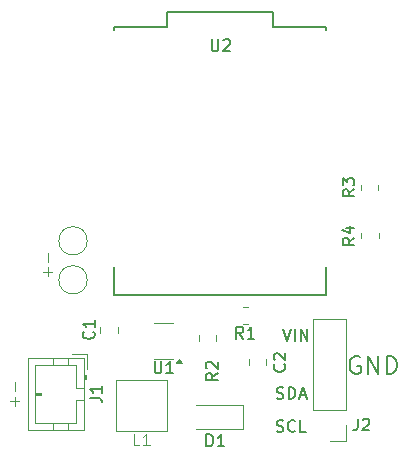
<source format=gbr>
%TF.GenerationSoftware,KiCad,Pcbnew,9.0.2*%
%TF.CreationDate,2025-08-12T20:05:27+08:00*%
%TF.ProjectId,lipo-chargable-espc3-weather-station,6c69706f-2d63-4686-9172-6761626c652d,rev?*%
%TF.SameCoordinates,Original*%
%TF.FileFunction,Legend,Top*%
%TF.FilePolarity,Positive*%
%FSLAX46Y46*%
G04 Gerber Fmt 4.6, Leading zero omitted, Abs format (unit mm)*
G04 Created by KiCad (PCBNEW 9.0.2) date 2025-08-12 20:05:27*
%MOMM*%
%LPD*%
G01*
G04 APERTURE LIST*
%ADD10C,0.187500*%
%ADD11C,0.100000*%
%ADD12C,0.150000*%
%ADD13C,0.127000*%
%ADD14C,0.120000*%
G04 APERTURE END LIST*
D10*
X158421755Y-113256650D02*
X158564612Y-113304269D01*
X158564612Y-113304269D02*
X158802707Y-113304269D01*
X158802707Y-113304269D02*
X158897945Y-113256650D01*
X158897945Y-113256650D02*
X158945564Y-113209030D01*
X158945564Y-113209030D02*
X158993183Y-113113792D01*
X158993183Y-113113792D02*
X158993183Y-113018554D01*
X158993183Y-113018554D02*
X158945564Y-112923316D01*
X158945564Y-112923316D02*
X158897945Y-112875697D01*
X158897945Y-112875697D02*
X158802707Y-112828078D01*
X158802707Y-112828078D02*
X158612231Y-112780459D01*
X158612231Y-112780459D02*
X158516993Y-112732840D01*
X158516993Y-112732840D02*
X158469374Y-112685221D01*
X158469374Y-112685221D02*
X158421755Y-112589983D01*
X158421755Y-112589983D02*
X158421755Y-112494745D01*
X158421755Y-112494745D02*
X158469374Y-112399507D01*
X158469374Y-112399507D02*
X158516993Y-112351888D01*
X158516993Y-112351888D02*
X158612231Y-112304269D01*
X158612231Y-112304269D02*
X158850326Y-112304269D01*
X158850326Y-112304269D02*
X158993183Y-112351888D01*
X159421755Y-113304269D02*
X159421755Y-112304269D01*
X159421755Y-112304269D02*
X159659850Y-112304269D01*
X159659850Y-112304269D02*
X159802707Y-112351888D01*
X159802707Y-112351888D02*
X159897945Y-112447126D01*
X159897945Y-112447126D02*
X159945564Y-112542364D01*
X159945564Y-112542364D02*
X159993183Y-112732840D01*
X159993183Y-112732840D02*
X159993183Y-112875697D01*
X159993183Y-112875697D02*
X159945564Y-113066173D01*
X159945564Y-113066173D02*
X159897945Y-113161411D01*
X159897945Y-113161411D02*
X159802707Y-113256650D01*
X159802707Y-113256650D02*
X159659850Y-113304269D01*
X159659850Y-113304269D02*
X159421755Y-113304269D01*
X160374136Y-113018554D02*
X160850326Y-113018554D01*
X160278898Y-113304269D02*
X160612231Y-112304269D01*
X160612231Y-112304269D02*
X160945564Y-113304269D01*
D11*
X139040133Y-100938684D02*
X139040133Y-101700589D01*
X139040133Y-102176779D02*
X139040133Y-102938684D01*
X138659180Y-102557731D02*
X139421085Y-102557731D01*
X136246133Y-111909388D02*
X136246133Y-112671293D01*
X136246133Y-113147483D02*
X136246133Y-113909388D01*
X135865180Y-113528435D02*
X136627085Y-113528435D01*
D10*
X158403431Y-116066306D02*
X158546288Y-116113925D01*
X158546288Y-116113925D02*
X158784383Y-116113925D01*
X158784383Y-116113925D02*
X158879621Y-116066306D01*
X158879621Y-116066306D02*
X158927240Y-116018686D01*
X158927240Y-116018686D02*
X158974859Y-115923448D01*
X158974859Y-115923448D02*
X158974859Y-115828210D01*
X158974859Y-115828210D02*
X158927240Y-115732972D01*
X158927240Y-115732972D02*
X158879621Y-115685353D01*
X158879621Y-115685353D02*
X158784383Y-115637734D01*
X158784383Y-115637734D02*
X158593907Y-115590115D01*
X158593907Y-115590115D02*
X158498669Y-115542496D01*
X158498669Y-115542496D02*
X158451050Y-115494877D01*
X158451050Y-115494877D02*
X158403431Y-115399639D01*
X158403431Y-115399639D02*
X158403431Y-115304401D01*
X158403431Y-115304401D02*
X158451050Y-115209163D01*
X158451050Y-115209163D02*
X158498669Y-115161544D01*
X158498669Y-115161544D02*
X158593907Y-115113925D01*
X158593907Y-115113925D02*
X158832002Y-115113925D01*
X158832002Y-115113925D02*
X158974859Y-115161544D01*
X159974859Y-116018686D02*
X159927240Y-116066306D01*
X159927240Y-116066306D02*
X159784383Y-116113925D01*
X159784383Y-116113925D02*
X159689145Y-116113925D01*
X159689145Y-116113925D02*
X159546288Y-116066306D01*
X159546288Y-116066306D02*
X159451050Y-115971067D01*
X159451050Y-115971067D02*
X159403431Y-115875829D01*
X159403431Y-115875829D02*
X159355812Y-115685353D01*
X159355812Y-115685353D02*
X159355812Y-115542496D01*
X159355812Y-115542496D02*
X159403431Y-115352020D01*
X159403431Y-115352020D02*
X159451050Y-115256782D01*
X159451050Y-115256782D02*
X159546288Y-115161544D01*
X159546288Y-115161544D02*
X159689145Y-115113925D01*
X159689145Y-115113925D02*
X159784383Y-115113925D01*
X159784383Y-115113925D02*
X159927240Y-115161544D01*
X159927240Y-115161544D02*
X159974859Y-115209163D01*
X160879621Y-116113925D02*
X160403431Y-116113925D01*
X160403431Y-116113925D02*
X160403431Y-115113925D01*
X158968593Y-107427469D02*
X159301926Y-108427469D01*
X159301926Y-108427469D02*
X159635259Y-107427469D01*
X159968593Y-108427469D02*
X159968593Y-107427469D01*
X160444783Y-108427469D02*
X160444783Y-107427469D01*
X160444783Y-107427469D02*
X161016211Y-108427469D01*
X161016211Y-108427469D02*
X161016211Y-107427469D01*
X165451812Y-109769807D02*
X165308955Y-109698378D01*
X165308955Y-109698378D02*
X165094669Y-109698378D01*
X165094669Y-109698378D02*
X164880383Y-109769807D01*
X164880383Y-109769807D02*
X164737526Y-109912664D01*
X164737526Y-109912664D02*
X164666097Y-110055521D01*
X164666097Y-110055521D02*
X164594669Y-110341235D01*
X164594669Y-110341235D02*
X164594669Y-110555521D01*
X164594669Y-110555521D02*
X164666097Y-110841235D01*
X164666097Y-110841235D02*
X164737526Y-110984092D01*
X164737526Y-110984092D02*
X164880383Y-111126950D01*
X164880383Y-111126950D02*
X165094669Y-111198378D01*
X165094669Y-111198378D02*
X165237526Y-111198378D01*
X165237526Y-111198378D02*
X165451812Y-111126950D01*
X165451812Y-111126950D02*
X165523240Y-111055521D01*
X165523240Y-111055521D02*
X165523240Y-110555521D01*
X165523240Y-110555521D02*
X165237526Y-110555521D01*
X166166097Y-111198378D02*
X166166097Y-109698378D01*
X166166097Y-109698378D02*
X167023240Y-111198378D01*
X167023240Y-111198378D02*
X167023240Y-109698378D01*
X167737526Y-111198378D02*
X167737526Y-109698378D01*
X167737526Y-109698378D02*
X168094669Y-109698378D01*
X168094669Y-109698378D02*
X168308955Y-109769807D01*
X168308955Y-109769807D02*
X168451812Y-109912664D01*
X168451812Y-109912664D02*
X168523241Y-110055521D01*
X168523241Y-110055521D02*
X168594669Y-110341235D01*
X168594669Y-110341235D02*
X168594669Y-110555521D01*
X168594669Y-110555521D02*
X168523241Y-110841235D01*
X168523241Y-110841235D02*
X168451812Y-110984092D01*
X168451812Y-110984092D02*
X168308955Y-111126950D01*
X168308955Y-111126950D02*
X168094669Y-111198378D01*
X168094669Y-111198378D02*
X167737526Y-111198378D01*
D12*
X152908095Y-82868419D02*
X152908095Y-83677942D01*
X152908095Y-83677942D02*
X152955714Y-83773180D01*
X152955714Y-83773180D02*
X153003333Y-83820800D01*
X153003333Y-83820800D02*
X153098571Y-83868419D01*
X153098571Y-83868419D02*
X153289047Y-83868419D01*
X153289047Y-83868419D02*
X153384285Y-83820800D01*
X153384285Y-83820800D02*
X153431904Y-83773180D01*
X153431904Y-83773180D02*
X153479523Y-83677942D01*
X153479523Y-83677942D02*
X153479523Y-82868419D01*
X153908095Y-82963657D02*
X153955714Y-82916038D01*
X153955714Y-82916038D02*
X154050952Y-82868419D01*
X154050952Y-82868419D02*
X154289047Y-82868419D01*
X154289047Y-82868419D02*
X154384285Y-82916038D01*
X154384285Y-82916038D02*
X154431904Y-82963657D01*
X154431904Y-82963657D02*
X154479523Y-83058895D01*
X154479523Y-83058895D02*
X154479523Y-83154133D01*
X154479523Y-83154133D02*
X154431904Y-83296990D01*
X154431904Y-83296990D02*
X153860476Y-83868419D01*
X153860476Y-83868419D02*
X154479523Y-83868419D01*
X142900780Y-107608665D02*
X142948400Y-107656284D01*
X142948400Y-107656284D02*
X142996019Y-107799141D01*
X142996019Y-107799141D02*
X142996019Y-107894379D01*
X142996019Y-107894379D02*
X142948400Y-108037236D01*
X142948400Y-108037236D02*
X142853161Y-108132474D01*
X142853161Y-108132474D02*
X142757923Y-108180093D01*
X142757923Y-108180093D02*
X142567447Y-108227712D01*
X142567447Y-108227712D02*
X142424590Y-108227712D01*
X142424590Y-108227712D02*
X142234114Y-108180093D01*
X142234114Y-108180093D02*
X142138876Y-108132474D01*
X142138876Y-108132474D02*
X142043638Y-108037236D01*
X142043638Y-108037236D02*
X141996019Y-107894379D01*
X141996019Y-107894379D02*
X141996019Y-107799141D01*
X141996019Y-107799141D02*
X142043638Y-107656284D01*
X142043638Y-107656284D02*
X142091257Y-107608665D01*
X142996019Y-106656284D02*
X142996019Y-107227712D01*
X142996019Y-106941998D02*
X141996019Y-106941998D01*
X141996019Y-106941998D02*
X142138876Y-107037236D01*
X142138876Y-107037236D02*
X142234114Y-107132474D01*
X142234114Y-107132474D02*
X142281733Y-107227712D01*
X164996019Y-95571668D02*
X164519828Y-95905001D01*
X164996019Y-96143096D02*
X163996019Y-96143096D01*
X163996019Y-96143096D02*
X163996019Y-95762144D01*
X163996019Y-95762144D02*
X164043638Y-95666906D01*
X164043638Y-95666906D02*
X164091257Y-95619287D01*
X164091257Y-95619287D02*
X164186495Y-95571668D01*
X164186495Y-95571668D02*
X164329352Y-95571668D01*
X164329352Y-95571668D02*
X164424590Y-95619287D01*
X164424590Y-95619287D02*
X164472209Y-95666906D01*
X164472209Y-95666906D02*
X164519828Y-95762144D01*
X164519828Y-95762144D02*
X164519828Y-96143096D01*
X163996019Y-95238334D02*
X163996019Y-94619287D01*
X163996019Y-94619287D02*
X164376971Y-94952620D01*
X164376971Y-94952620D02*
X164376971Y-94809763D01*
X164376971Y-94809763D02*
X164424590Y-94714525D01*
X164424590Y-94714525D02*
X164472209Y-94666906D01*
X164472209Y-94666906D02*
X164567447Y-94619287D01*
X164567447Y-94619287D02*
X164805542Y-94619287D01*
X164805542Y-94619287D02*
X164900780Y-94666906D01*
X164900780Y-94666906D02*
X164948400Y-94714525D01*
X164948400Y-94714525D02*
X164996019Y-94809763D01*
X164996019Y-94809763D02*
X164996019Y-95095477D01*
X164996019Y-95095477D02*
X164948400Y-95190715D01*
X164948400Y-95190715D02*
X164900780Y-95238334D01*
X155586133Y-108201619D02*
X155252800Y-107725428D01*
X155014705Y-108201619D02*
X155014705Y-107201619D01*
X155014705Y-107201619D02*
X155395657Y-107201619D01*
X155395657Y-107201619D02*
X155490895Y-107249238D01*
X155490895Y-107249238D02*
X155538514Y-107296857D01*
X155538514Y-107296857D02*
X155586133Y-107392095D01*
X155586133Y-107392095D02*
X155586133Y-107534952D01*
X155586133Y-107534952D02*
X155538514Y-107630190D01*
X155538514Y-107630190D02*
X155490895Y-107677809D01*
X155490895Y-107677809D02*
X155395657Y-107725428D01*
X155395657Y-107725428D02*
X155014705Y-107725428D01*
X156538514Y-108201619D02*
X155967086Y-108201619D01*
X156252800Y-108201619D02*
X156252800Y-107201619D01*
X156252800Y-107201619D02*
X156157562Y-107344476D01*
X156157562Y-107344476D02*
X156062324Y-107439714D01*
X156062324Y-107439714D02*
X155967086Y-107487333D01*
X164996019Y-99667867D02*
X164519828Y-100001200D01*
X164996019Y-100239295D02*
X163996019Y-100239295D01*
X163996019Y-100239295D02*
X163996019Y-99858343D01*
X163996019Y-99858343D02*
X164043638Y-99763105D01*
X164043638Y-99763105D02*
X164091257Y-99715486D01*
X164091257Y-99715486D02*
X164186495Y-99667867D01*
X164186495Y-99667867D02*
X164329352Y-99667867D01*
X164329352Y-99667867D02*
X164424590Y-99715486D01*
X164424590Y-99715486D02*
X164472209Y-99763105D01*
X164472209Y-99763105D02*
X164519828Y-99858343D01*
X164519828Y-99858343D02*
X164519828Y-100239295D01*
X164329352Y-98810724D02*
X164996019Y-98810724D01*
X163948400Y-99048819D02*
X164662685Y-99286914D01*
X164662685Y-99286914D02*
X164662685Y-98667867D01*
X153413619Y-111113866D02*
X152937428Y-111447199D01*
X153413619Y-111685294D02*
X152413619Y-111685294D01*
X152413619Y-111685294D02*
X152413619Y-111304342D01*
X152413619Y-111304342D02*
X152461238Y-111209104D01*
X152461238Y-111209104D02*
X152508857Y-111161485D01*
X152508857Y-111161485D02*
X152604095Y-111113866D01*
X152604095Y-111113866D02*
X152746952Y-111113866D01*
X152746952Y-111113866D02*
X152842190Y-111161485D01*
X152842190Y-111161485D02*
X152889809Y-111209104D01*
X152889809Y-111209104D02*
X152937428Y-111304342D01*
X152937428Y-111304342D02*
X152937428Y-111685294D01*
X152508857Y-110732913D02*
X152461238Y-110685294D01*
X152461238Y-110685294D02*
X152413619Y-110590056D01*
X152413619Y-110590056D02*
X152413619Y-110351961D01*
X152413619Y-110351961D02*
X152461238Y-110256723D01*
X152461238Y-110256723D02*
X152508857Y-110209104D01*
X152508857Y-110209104D02*
X152604095Y-110161485D01*
X152604095Y-110161485D02*
X152699333Y-110161485D01*
X152699333Y-110161485D02*
X152842190Y-110209104D01*
X152842190Y-110209104D02*
X153413619Y-110780532D01*
X153413619Y-110780532D02*
X153413619Y-110161485D01*
X148082094Y-110133917D02*
X148082094Y-110943440D01*
X148082094Y-110943440D02*
X148129713Y-111038678D01*
X148129713Y-111038678D02*
X148177332Y-111086298D01*
X148177332Y-111086298D02*
X148272570Y-111133917D01*
X148272570Y-111133917D02*
X148463046Y-111133917D01*
X148463046Y-111133917D02*
X148558284Y-111086298D01*
X148558284Y-111086298D02*
X148605903Y-111038678D01*
X148605903Y-111038678D02*
X148653522Y-110943440D01*
X148653522Y-110943440D02*
X148653522Y-110133917D01*
X149653522Y-111133917D02*
X149082094Y-111133917D01*
X149367808Y-111133917D02*
X149367808Y-110133917D01*
X149367808Y-110133917D02*
X149272570Y-110276774D01*
X149272570Y-110276774D02*
X149177332Y-110372012D01*
X149177332Y-110372012D02*
X149082094Y-110419631D01*
X165274666Y-114974019D02*
X165274666Y-115688304D01*
X165274666Y-115688304D02*
X165227047Y-115831161D01*
X165227047Y-115831161D02*
X165131809Y-115926400D01*
X165131809Y-115926400D02*
X164988952Y-115974019D01*
X164988952Y-115974019D02*
X164893714Y-115974019D01*
X165703238Y-115069257D02*
X165750857Y-115021638D01*
X165750857Y-115021638D02*
X165846095Y-114974019D01*
X165846095Y-114974019D02*
X166084190Y-114974019D01*
X166084190Y-114974019D02*
X166179428Y-115021638D01*
X166179428Y-115021638D02*
X166227047Y-115069257D01*
X166227047Y-115069257D02*
X166274666Y-115164495D01*
X166274666Y-115164495D02*
X166274666Y-115259733D01*
X166274666Y-115259733D02*
X166227047Y-115402590D01*
X166227047Y-115402590D02*
X165655619Y-115974019D01*
X165655619Y-115974019D02*
X166274666Y-115974019D01*
D11*
X146797733Y-117246619D02*
X146321543Y-117246619D01*
X146321543Y-117246619D02*
X146321543Y-116246619D01*
X147654876Y-117246619D02*
X147083448Y-117246619D01*
X147369162Y-117246619D02*
X147369162Y-116246619D01*
X147369162Y-116246619D02*
X147273924Y-116389476D01*
X147273924Y-116389476D02*
X147178686Y-116484714D01*
X147178686Y-116484714D02*
X147083448Y-116532333D01*
D12*
X142613618Y-113226933D02*
X143327903Y-113226933D01*
X143327903Y-113226933D02*
X143470760Y-113274552D01*
X143470760Y-113274552D02*
X143565999Y-113369790D01*
X143565999Y-113369790D02*
X143613618Y-113512647D01*
X143613618Y-113512647D02*
X143613618Y-113607885D01*
X143613618Y-112226933D02*
X143613618Y-112798361D01*
X143613618Y-112512647D02*
X142613618Y-112512647D01*
X142613618Y-112512647D02*
X142756475Y-112607885D01*
X142756475Y-112607885D02*
X142851713Y-112703123D01*
X142851713Y-112703123D02*
X142899332Y-112798361D01*
X152474706Y-117313620D02*
X152474706Y-116313620D01*
X152474706Y-116313620D02*
X152712801Y-116313620D01*
X152712801Y-116313620D02*
X152855658Y-116361239D01*
X152855658Y-116361239D02*
X152950896Y-116456477D01*
X152950896Y-116456477D02*
X152998515Y-116551715D01*
X152998515Y-116551715D02*
X153046134Y-116742191D01*
X153046134Y-116742191D02*
X153046134Y-116885048D01*
X153046134Y-116885048D02*
X152998515Y-117075524D01*
X152998515Y-117075524D02*
X152950896Y-117170762D01*
X152950896Y-117170762D02*
X152855658Y-117266001D01*
X152855658Y-117266001D02*
X152712801Y-117313620D01*
X152712801Y-117313620D02*
X152474706Y-117313620D01*
X153998515Y-117313620D02*
X153427087Y-117313620D01*
X153712801Y-117313620D02*
X153712801Y-116313620D01*
X153712801Y-116313620D02*
X153617563Y-116456477D01*
X153617563Y-116456477D02*
X153522325Y-116551715D01*
X153522325Y-116551715D02*
X153427087Y-116599334D01*
X159058780Y-110373365D02*
X159106400Y-110420984D01*
X159106400Y-110420984D02*
X159154019Y-110563841D01*
X159154019Y-110563841D02*
X159154019Y-110659079D01*
X159154019Y-110659079D02*
X159106400Y-110801936D01*
X159106400Y-110801936D02*
X159011161Y-110897174D01*
X159011161Y-110897174D02*
X158915923Y-110944793D01*
X158915923Y-110944793D02*
X158725447Y-110992412D01*
X158725447Y-110992412D02*
X158582590Y-110992412D01*
X158582590Y-110992412D02*
X158392114Y-110944793D01*
X158392114Y-110944793D02*
X158296876Y-110897174D01*
X158296876Y-110897174D02*
X158201638Y-110801936D01*
X158201638Y-110801936D02*
X158154019Y-110659079D01*
X158154019Y-110659079D02*
X158154019Y-110563841D01*
X158154019Y-110563841D02*
X158201638Y-110420984D01*
X158201638Y-110420984D02*
X158249257Y-110373365D01*
X158249257Y-109992412D02*
X158201638Y-109944793D01*
X158201638Y-109944793D02*
X158154019Y-109849555D01*
X158154019Y-109849555D02*
X158154019Y-109611460D01*
X158154019Y-109611460D02*
X158201638Y-109516222D01*
X158201638Y-109516222D02*
X158249257Y-109468603D01*
X158249257Y-109468603D02*
X158344495Y-109420984D01*
X158344495Y-109420984D02*
X158439733Y-109420984D01*
X158439733Y-109420984D02*
X158582590Y-109468603D01*
X158582590Y-109468603D02*
X159154019Y-110040031D01*
X159154019Y-110040031D02*
X159154019Y-109420984D01*
D13*
%TO.C,U2*%
X144619200Y-82117200D02*
X144619200Y-81817200D01*
X144619200Y-104517200D02*
X144619200Y-102167200D01*
X149119200Y-80517200D02*
X149119200Y-81817200D01*
X149119200Y-81817200D02*
X144619200Y-81817200D01*
X158119200Y-80517200D02*
X149119200Y-80517200D01*
X158119200Y-80517200D02*
X158119200Y-81817200D01*
X162619200Y-81817200D02*
X158119200Y-81817200D01*
X162619200Y-82117200D02*
X162619200Y-81817200D01*
X162619200Y-104517200D02*
X144619200Y-104517200D01*
X162619200Y-104517200D02*
X162619200Y-102167200D01*
D14*
%TO.C,C1*%
X143486200Y-107703252D02*
X143486200Y-107180748D01*
X144956200Y-107703252D02*
X144956200Y-107180748D01*
%TO.C,TP2*%
X142373200Y-99923600D02*
G75*
G02*
X139973200Y-99923600I-1200000J0D01*
G01*
X139973200Y-99923600D02*
G75*
G02*
X142373200Y-99923600I1200000J0D01*
G01*
%TO.C,R3*%
X165568000Y-95177938D02*
X165568000Y-95632066D01*
X167038000Y-95177938D02*
X167038000Y-95632066D01*
%TO.C,R1*%
X155979864Y-105487800D02*
X155525736Y-105487800D01*
X155979864Y-106957800D02*
X155525736Y-106957800D01*
%TO.C,R4*%
X165584200Y-99274137D02*
X165584200Y-99728265D01*
X167054200Y-99274137D02*
X167054200Y-99728265D01*
%TO.C,R2*%
X151817400Y-107926136D02*
X151817400Y-108380264D01*
X153287400Y-107926136D02*
X153287400Y-108380264D01*
%TO.C,U1*%
X148844000Y-106847200D02*
X148044000Y-106847200D01*
X148844000Y-106847200D02*
X149644000Y-106847200D01*
X148844000Y-109967200D02*
X148044000Y-109967200D01*
X148844000Y-109967200D02*
X149644000Y-109967200D01*
X150384000Y-110247200D02*
X149904000Y-110247200D01*
X150144000Y-109917200D01*
X150384000Y-110247200D01*
G36*
X150384000Y-110247200D02*
G01*
X149904000Y-110247200D01*
X150144000Y-109917200D01*
X150384000Y-110247200D01*
G37*
%TO.C,J2*%
X161535600Y-114249200D02*
X161535600Y-106519200D01*
X164295600Y-106519200D02*
X161535600Y-106519200D01*
X164295600Y-114249200D02*
X161535600Y-114249200D01*
X164295600Y-114249200D02*
X164295600Y-106519200D01*
X164295600Y-115519200D02*
X164295600Y-116899200D01*
X164295600Y-116899200D02*
X162915600Y-116899200D01*
%TO.C,TP1*%
X142373200Y-103225600D02*
G75*
G02*
X139973200Y-103225600I-1200000J0D01*
G01*
X139973200Y-103225600D02*
G75*
G02*
X142373200Y-103225600I1200000J0D01*
G01*
%TO.C,L1*%
D11*
X144814400Y-111743600D02*
X149114400Y-111743600D01*
X149114400Y-116043600D01*
X144814400Y-116043600D01*
X144814400Y-111743600D01*
D14*
%TO.C,J1*%
X137348799Y-109833599D02*
X137348799Y-115953599D01*
X137348799Y-115953599D02*
X142068799Y-115953599D01*
X137958799Y-110443599D02*
X137958799Y-115343599D01*
X137958799Y-112793599D02*
X138458799Y-112793599D01*
X137958799Y-112893599D02*
X138458799Y-112893599D01*
X137958799Y-115343599D02*
X141458799Y-115343599D01*
X138458799Y-112793599D02*
X138458799Y-112993599D01*
X138458799Y-112993599D02*
X137958799Y-112993599D01*
X139458799Y-109833599D02*
X139458799Y-110443599D01*
X139458799Y-115953599D02*
X139458799Y-115343599D01*
X140758799Y-109833599D02*
X140758799Y-110443599D01*
X140758799Y-115953599D02*
X140758799Y-115343599D01*
X141458799Y-110443599D02*
X137958799Y-110443599D01*
X141458799Y-112393599D02*
X141458799Y-110443599D01*
X141458799Y-113393599D02*
X142068799Y-113393599D01*
X141458799Y-115343599D02*
X141458799Y-113393599D01*
X142068799Y-109833599D02*
X137348799Y-109833599D01*
X142068799Y-111593599D02*
X142268799Y-111593599D01*
X142068799Y-112393599D02*
X141458799Y-112393599D01*
X142068799Y-115953599D02*
X142068799Y-109833599D01*
X142168799Y-111593599D02*
X142168799Y-111293599D01*
X142268799Y-111293599D02*
X142068799Y-111293599D01*
X142268799Y-111593599D02*
X142268799Y-111293599D01*
X142368799Y-109533599D02*
X141118799Y-109533599D01*
X142368799Y-110783599D02*
X142368799Y-109533599D01*
%TO.C,D1*%
X155572800Y-113858800D02*
X151562800Y-113858800D01*
X155572800Y-115858800D02*
X151562800Y-115858800D01*
X155572800Y-115858800D02*
X155572800Y-113858800D01*
%TO.C,C2*%
X156084600Y-110467952D02*
X156084600Y-109945448D01*
X157554600Y-110467952D02*
X157554600Y-109945448D01*
%TD*%
M02*

</source>
